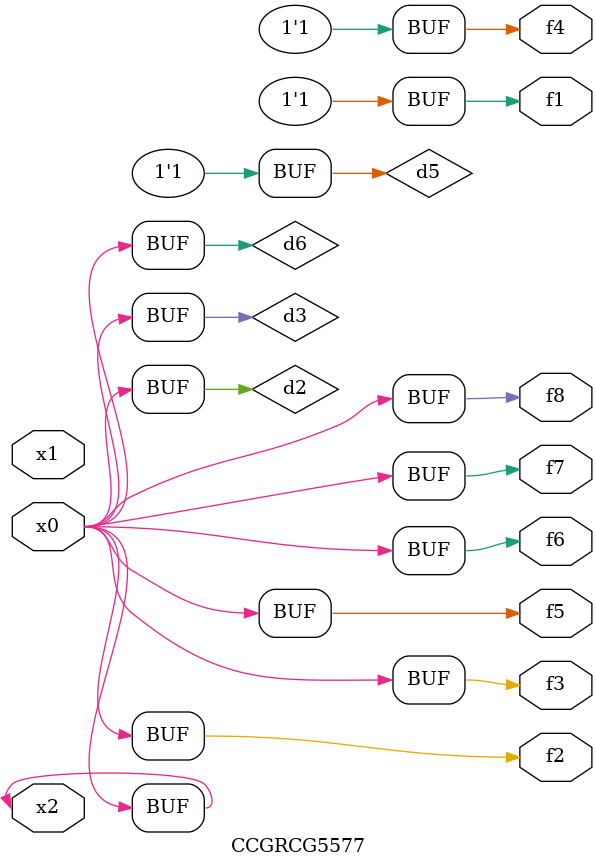
<source format=v>
module CCGRCG5577(
	input x0, x1, x2,
	output f1, f2, f3, f4, f5, f6, f7, f8
);

	wire d1, d2, d3, d4, d5, d6;

	xnor (d1, x2);
	buf (d2, x0, x2);
	and (d3, x0);
	xnor (d4, x1, x2);
	nand (d5, d1, d3);
	buf (d6, d2, d3);
	assign f1 = d5;
	assign f2 = d6;
	assign f3 = d6;
	assign f4 = d5;
	assign f5 = d6;
	assign f6 = d6;
	assign f7 = d6;
	assign f8 = d6;
endmodule

</source>
